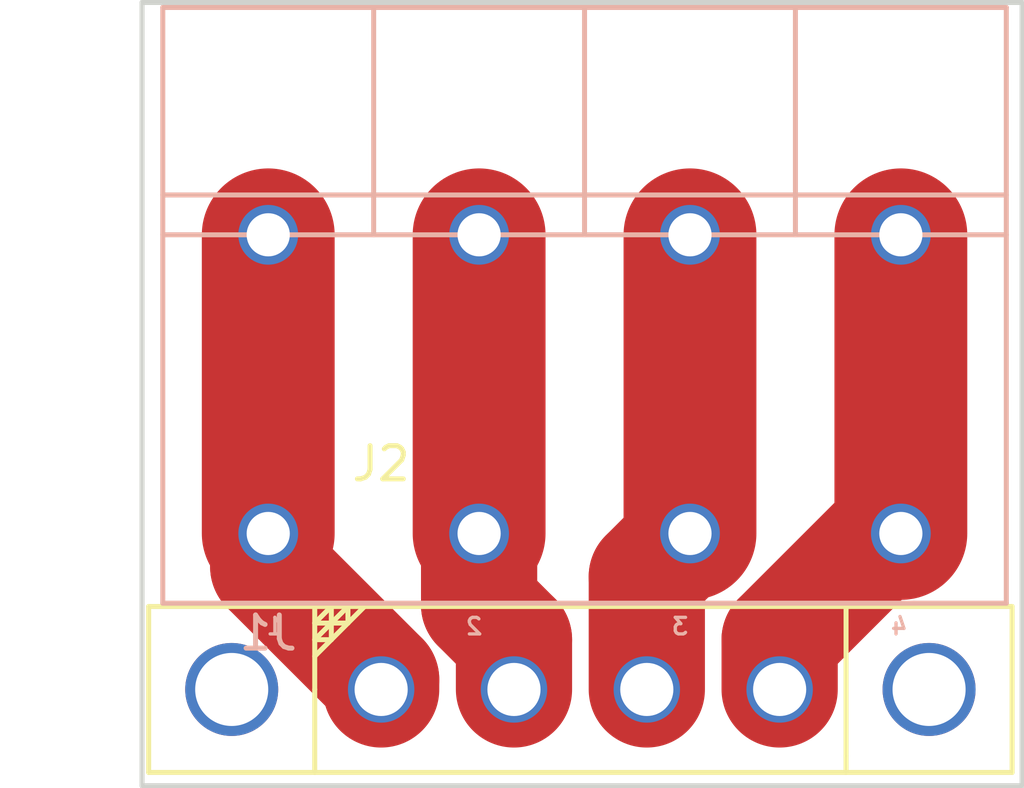
<source format=kicad_pcb>
(kicad_pcb (version 4) (host pcbnew 4.0.6)

  (general
    (links 8)
    (no_connects 0)
    (area 140.924999 95.324999 167.575001 119.075001)
    (thickness 1.6)
    (drawings 8)
    (tracks 15)
    (zones 0)
    (modules 2)
    (nets 5)
  )

  (page A4)
  (layers
    (0 F.Cu signal)
    (31 B.Cu signal)
    (32 B.Adhes user)
    (33 F.Adhes user)
    (34 B.Paste user)
    (35 F.Paste user)
    (36 B.SilkS user)
    (37 F.SilkS user)
    (38 B.Mask user)
    (39 F.Mask user)
    (40 Dwgs.User user)
    (41 Cmts.User user)
    (42 Eco1.User user)
    (43 Eco2.User user)
    (44 Edge.Cuts user)
    (45 Margin user)
    (46 B.CrtYd user)
    (47 F.CrtYd user)
    (48 B.Fab user)
    (49 F.Fab user)
  )

  (setup
    (last_trace_width 3.5)
    (trace_clearance 0.2)
    (zone_clearance 0.508)
    (zone_45_only no)
    (trace_min 0.2)
    (segment_width 0.2)
    (edge_width 0.15)
    (via_size 0.6)
    (via_drill 0.4)
    (via_min_size 0.4)
    (via_min_drill 0.3)
    (uvia_size 0.3)
    (uvia_drill 0.1)
    (uvias_allowed no)
    (uvia_min_size 0.2)
    (uvia_min_drill 0.1)
    (pcb_text_width 0.3)
    (pcb_text_size 1.5 1.5)
    (mod_edge_width 0.15)
    (mod_text_size 1 1)
    (mod_text_width 0.15)
    (pad_size 1.524 1.524)
    (pad_drill 0.762)
    (pad_to_mask_clearance 0.2)
    (aux_axis_origin 0 0)
    (visible_elements 7FFFFFFF)
    (pcbplotparams
      (layerselection 0x00030_80000001)
      (usegerberextensions false)
      (excludeedgelayer true)
      (linewidth 0.100000)
      (plotframeref false)
      (viasonmask false)
      (mode 1)
      (useauxorigin false)
      (hpglpennumber 1)
      (hpglpenspeed 20)
      (hpglpendiameter 15)
      (hpglpenoverlay 2)
      (psnegative false)
      (psa4output false)
      (plotreference true)
      (plotvalue true)
      (plotinvisibletext false)
      (padsonsilk false)
      (subtractmaskfromsilk false)
      (outputformat 1)
      (mirror false)
      (drillshape 1)
      (scaleselection 1)
      (outputdirectory ""))
  )

  (net 0 "")
  (net 1 "Net-(J1-Pad3)")
  (net 2 "Net-(J1-Pad4)")
  (net 3 "Net-(J1-Pad2)")
  (net 4 "Net-(J1-Pad1)")

  (net_class Default "This is the default net class."
    (clearance 0.2)
    (trace_width 3.5)
    (via_dia 0.6)
    (via_drill 0.4)
    (uvia_dia 0.3)
    (uvia_drill 0.1)
    (add_net "Net-(J1-Pad1)")
    (add_net "Net-(J1-Pad2)")
    (add_net "Net-(J1-Pad3)")
    (add_net "Net-(J1-Pad4)")
  )

  (module MyConnectors:222D00M12LH-0004-430045 (layer F.Cu) (tedit 598C8426) (tstamp 598C86B5)
    (at 148.2 116.1)
    (path /598B2E21)
    (fp_text reference J2 (at 0 -6.8) (layer F.SilkS)
      (effects (font (size 1 1) (thickness 0.15)))
    )
    (fp_text value CONN_01X04 (at 0 -8) (layer F.Fab)
      (effects (font (size 1 1) (thickness 0.15)))
    )
    (fp_line (start -1 -2) (end -2 -2) (layer F.SilkS) (width 0.15))
    (fp_line (start -1.5 -1.5) (end -2 -1.5) (layer F.SilkS) (width 0.15))
    (fp_line (start -1 -2) (end -1 -2.5) (layer F.SilkS) (width 0.15))
    (fp_line (start -1.5 -1.5) (end -1.5 -2.5) (layer F.SilkS) (width 0.15))
    (fp_line (start -2 -2) (end -1.5 -2.5) (layer F.SilkS) (width 0.15))
    (fp_line (start -2 -1.5) (end -1 -2.5) (layer F.SilkS) (width 0.15))
    (fp_line (start -2 -1) (end -0.5 -2.5) (layer F.SilkS) (width 0.15))
    (fp_line (start 14 -2.5) (end 19 -2.5) (layer F.SilkS) (width 0.15))
    (fp_line (start 19 -2.5) (end 19 2.5) (layer F.SilkS) (width 0.15))
    (fp_line (start 19 2.5) (end 14 2.5) (layer F.SilkS) (width 0.15))
    (fp_line (start -2 -2.5) (end -7 -2.5) (layer F.SilkS) (width 0.15))
    (fp_line (start -7 -2.5) (end -7 2.5) (layer F.SilkS) (width 0.15))
    (fp_line (start -7 2.5) (end -2 2.5) (layer F.SilkS) (width 0.15))
    (fp_line (start -2 -2.5) (end 14 -2.5) (layer F.SilkS) (width 0.15))
    (fp_line (start 14 -2.5) (end 14 2) (layer F.SilkS) (width 0.15))
    (fp_line (start 14 2) (end 14 2.5) (layer F.SilkS) (width 0.15))
    (fp_line (start 14 2.5) (end -2 2.5) (layer F.SilkS) (width 0.15))
    (fp_line (start -2 0) (end -2 2.5) (layer F.SilkS) (width 0.15))
    (fp_line (start -2 0) (end -2 -2.5) (layer F.SilkS) (width 0.15))
    (pad "" np_thru_hole circle (at 16.5 0) (size 2.8 2.8) (drill 2.2) (layers *.Cu *.Mask))
    (pad 1 thru_hole circle (at 0 0) (size 2 2) (drill 1.6) (layers *.Cu *.Mask)
      (net 4 "Net-(J1-Pad1)"))
    (pad 2 thru_hole circle (at 4 0) (size 2 2) (drill 1.6) (layers *.Cu *.Mask)
      (net 3 "Net-(J1-Pad2)"))
    (pad 3 thru_hole circle (at 8 0) (size 2 2) (drill 1.6) (layers *.Cu *.Mask)
      (net 1 "Net-(J1-Pad3)"))
    (pad 4 thru_hole circle (at 12 0) (size 2 2) (drill 1.6) (layers *.Cu *.Mask)
      (net 2 "Net-(J1-Pad4)"))
    (pad "" np_thru_hole circle (at -4.5 0) (size 2.8 2.8) (drill 2.2) (layers *.Cu *.Mask))
  )

  (module MyConnectors:Phoenix_1777561 (layer B.Cu) (tedit 598DEF5E) (tstamp 598DF19B)
    (at 144.8 111.4)
    (path /598B2E0A)
    (fp_text reference J1 (at 0 3) (layer B.SilkS)
      (effects (font (size 1 1) (thickness 0.15)) (justify mirror))
    )
    (fp_text value Screw_Terminal_1x04 (at 0 4.5) (layer B.Fab)
      (effects (font (size 1 1) (thickness 0.15)) (justify mirror))
    )
    (fp_line (start -3.175 -10.2) (end 22.225 -10.2) (layer B.SilkS) (width 0.15))
    (fp_line (start 15.875 -9) (end 15.875 -15.85) (layer B.SilkS) (width 0.15))
    (fp_line (start 9.525 -9) (end 9.525 -15.85) (layer B.SilkS) (width 0.15))
    (fp_line (start 3.175 -9) (end 3.175 -15.85) (layer B.SilkS) (width 0.15))
    (fp_line (start 22.225 2.1) (end 22.225 -15.85) (layer B.SilkS) (width 0.15))
    (fp_line (start -3.175 2.1) (end -3.175 -15.85) (layer B.SilkS) (width 0.15))
    (fp_line (start -3.175 -15.85) (end 22.225 -15.85) (layer B.SilkS) (width 0.15))
    (fp_line (start -3.175 -9) (end 22.225 -9) (layer B.SilkS) (width 0.15))
    (fp_line (start -3.175 2.1) (end 22.225 2.1) (layer B.SilkS) (width 0.15))
    (pad 1 thru_hole circle (at 0 0) (size 1.8 1.8) (drill 1.3) (layers *.Cu *.Mask)
      (net 4 "Net-(J1-Pad1)"))
    (pad 2 thru_hole circle (at 6.35 0) (size 1.8 1.8) (drill 1.3) (layers *.Cu *.Mask)
      (net 3 "Net-(J1-Pad2)"))
    (pad 3 thru_hole circle (at 12.7 0) (size 1.8 1.8) (drill 1.3) (layers *.Cu *.Mask)
      (net 1 "Net-(J1-Pad3)"))
    (pad 4 thru_hole circle (at 19.05 0) (size 1.8 1.8) (drill 1.3) (layers *.Cu *.Mask)
      (net 2 "Net-(J1-Pad4)"))
    (pad 1 thru_hole circle (at 0 -9) (size 1.8 1.8) (drill 1.3) (layers *.Cu *.Mask)
      (net 4 "Net-(J1-Pad1)"))
    (pad 2 thru_hole circle (at 6.35 -9) (size 1.8 1.8) (drill 1.3) (layers *.Cu *.Mask)
      (net 3 "Net-(J1-Pad2)"))
    (pad 3 thru_hole circle (at 12.7 -9) (size 1.8 1.8) (drill 1.3) (layers *.Cu *.Mask)
      (net 1 "Net-(J1-Pad3)"))
    (pad 4 thru_hole circle (at 19.05 -9) (size 1.8 1.8) (drill 1.3) (layers *.Cu *.Mask)
      (net 2 "Net-(J1-Pad4)"))
  )

  (gr_line (start 167.5 95.4) (end 141 95.4) (angle 90) (layer Edge.Cuts) (width 0.15))
  (gr_line (start 167.5 119) (end 167.5 95.4) (angle 90) (layer Edge.Cuts) (width 0.15))
  (gr_line (start 141 119) (end 141 95.4) (angle 90) (layer Edge.Cuts) (width 0.15))
  (gr_text 4 (at 163.8 114.2) (layer B.SilkS)
    (effects (font (size 0.5 0.5) (thickness 0.1)) (justify mirror))
  )
  (gr_text 3 (at 157.2 114.2) (layer B.SilkS)
    (effects (font (size 0.5 0.5) (thickness 0.1)) (justify mirror))
  )
  (gr_text 2 (at 151 114.2) (layer B.SilkS)
    (effects (font (size 0.5 0.5) (thickness 0.1)) (justify mirror))
  )
  (gr_text 1 (at 145 114.2) (layer B.SilkS)
    (effects (font (size 0.5 0.5) (thickness 0.1)) (justify mirror))
  )
  (gr_line (start 141 119) (end 167.5 119) (angle 90) (layer Edge.Cuts) (width 0.15))

  (segment (start 156.2 116.1) (end 156.2 112.7) (width 3.5) (layer F.Cu) (net 1) (status 400000))
  (segment (start 156.2 112.7) (end 157.5 111.4) (width 3.5) (layer F.Cu) (net 1) (tstamp 598DF2B4) (status 800000))
  (segment (start 157.5 102.4) (end 157.5 111.4) (width 4) (layer F.Cu) (net 1))
  (segment (start 160.2 116.1) (end 160.2 114.6) (width 3.5) (layer F.Cu) (net 2) (status 400000))
  (segment (start 160.2 114.6) (end 163.4 111.4) (width 3.5) (layer F.Cu) (net 2) (tstamp 598DF2B8) (status 800000))
  (segment (start 163.4 111.4) (end 163.85 111.4) (width 3.5) (layer F.Cu) (net 2) (tstamp 598DF2B9) (status C00000))
  (segment (start 163.85 102.4) (end 163.85 111.4) (width 4) (layer F.Cu) (net 2))
  (segment (start 151.15 111.4) (end 151.15 113.55) (width 3.5) (layer F.Cu) (net 3) (status 400000))
  (segment (start 152.2 114.6) (end 152.2 116.1) (width 3.5) (layer F.Cu) (net 3) (tstamp 598DF2B0) (status 800000))
  (segment (start 151.15 113.55) (end 152.2 114.6) (width 3.5) (layer F.Cu) (net 3) (tstamp 598DF2AC))
  (segment (start 151.15 102.4) (end 151.15 111.4) (width 4) (layer F.Cu) (net 3))
  (segment (start 148.2 116.1) (end 148.2 115.8) (width 3.5) (layer F.Cu) (net 4) (status C00000))
  (segment (start 148.2 115.8) (end 144.8 112.4) (width 3.5) (layer F.Cu) (net 4) (tstamp 598DF29F) (status 400000))
  (segment (start 144.8 112.4) (end 144.8 111.4) (width 3.5) (layer F.Cu) (net 4) (tstamp 598DF2A7) (status 800000))
  (segment (start 144.8 102.4) (end 144.8 111.4) (width 4) (layer F.Cu) (net 4))

)

</source>
